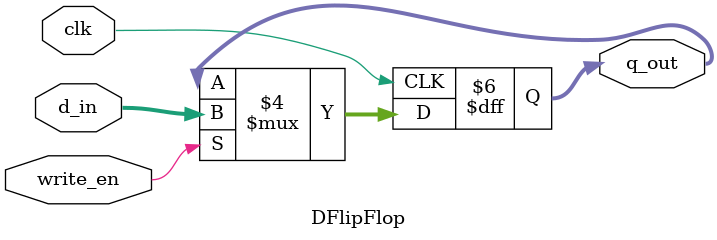
<source format=v>

`timescale 1ns / 1ps

module DFlipFlop #(parameter DATA_WIDTH = 8)
                  (input     [DATA_WIDTH-1:0] d_in, 
                   input     clk, 
                   input     write_en,
				   output reg [DATA_WIDTH-1:0] q_out);

initial begin
	q_out = 0;
end

always@(posedge clk) begin
    if (write_en) 
        q_out <= d_in;
    else
        q_out <= q_out;
end

endmodule

</source>
